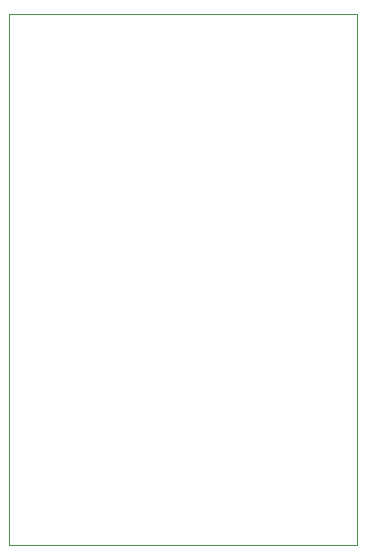
<source format=gbr>
%TF.GenerationSoftware,KiCad,Pcbnew,8.0.9*%
%TF.CreationDate,2025-06-18T22:35:42+02:00*%
%TF.ProjectId,resistor_led,72657369-7374-46f7-925f-6c65642e6b69,rev?*%
%TF.SameCoordinates,Original*%
%TF.FileFunction,Profile,NP*%
%FSLAX46Y46*%
G04 Gerber Fmt 4.6, Leading zero omitted, Abs format (unit mm)*
G04 Created by KiCad (PCBNEW 8.0.9) date 2025-06-18 22:35:42*
%MOMM*%
%LPD*%
G01*
G04 APERTURE LIST*
%TA.AperFunction,Profile*%
%ADD10C,0.050000*%
%TD*%
G04 APERTURE END LIST*
D10*
X152500000Y-43500000D02*
X182000000Y-43500000D01*
X182000000Y-88500000D01*
X152500000Y-88500000D01*
X152500000Y-43500000D01*
M02*

</source>
